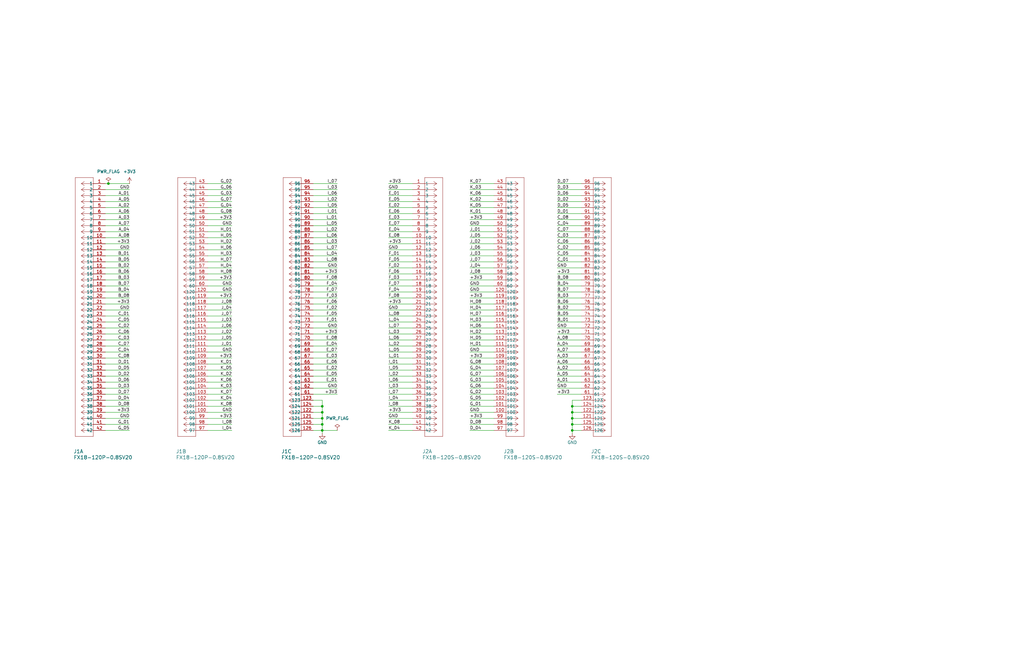
<source format=kicad_sch>
(kicad_sch (version 20231120) (generator "eeschema") (generator_version "8.0")
  (paper "USLedger")
  (lib_symbols
    (symbol "FX18-120P-0-8SV20:FX18-120P-0.8SV20" (pin_names (offset 0.254))
      (property "Reference" "J" (at 8.89 6.35 0))
      (property "Value" "FX18-120P-0.8SV20" (at 0 0 0))
      (symbol "FX18-120P-0.8SV20_1_1"
        (pin passive line (at 0 0 0) (length 5.08) (name "1") (number "1"))
        (pin passive line (at 0 -22.86 0) (length 5.08) (name "10") (number "10"))
        (pin passive line (at 0 -25.4 0) (length 5.08) (name "11") (number "11"))
        (pin passive line (at 0 -27.94 0) (length 5.08) (name "12") (number "12"))
        (pin passive line (at 0 -30.48 0) (length 5.08) (name "13") (number "13"))
        (pin passive line (at 0 -33.02 0) (length 5.08) (name "14") (number "14"))
        (pin passive line (at 0 -35.56 0) (length 5.08) (name "15") (number "15"))
        (pin passive line (at 0 -38.1 0) (length 5.08) (name "16") (number "16"))
        (pin passive line (at 0 -40.64 0) (length 5.08) (name "17") (number "17"))
        (pin passive line (at 0 -43.18 0) (length 5.08) (name "18") (number "18"))
        (pin passive line (at 0 -45.72 0) (length 5.08) (name "19") (number "19"))
        (pin passive line (at 0 -2.54 0) (length 5.08) (name "2") (number "2"))
        (pin passive line (at 0 -48.26 0) (length 5.08) (name "20") (number "20"))
        (pin passive line (at 0 -50.8 0) (length 5.08) (name "21") (number "21"))
        (pin passive line (at 0 -53.34 0) (length 5.08) (name "22") (number "22"))
        (pin passive line (at 0 -55.88 0) (length 5.08) (name "23") (number "23"))
        (pin passive line (at 0 -58.42 0) (length 5.08) (name "24") (number "24"))
        (pin passive line (at 0 -60.96 0) (length 5.08) (name "25") (number "25"))
        (pin passive line (at 0 -63.5 0) (length 5.08) (name "26") (number "26"))
        (pin passive line (at 0 -66.04 0) (length 5.08) (name "27") (number "27"))
        (pin passive line (at 0 -68.58 0) (length 5.08) (name "28") (number "28"))
        (pin passive line (at 0 -71.12 0) (length 5.08) (name "29") (number "29"))
        (pin passive line (at 0 -5.08 0) (length 5.08) (name "3") (number "3"))
        (pin passive line (at 0 -73.66 0) (length 5.08) (name "30") (number "30"))
        (pin passive line (at 0 -76.2 0) (length 5.08) (name "31") (number "31"))
        (pin passive line (at 0 -78.74 0) (length 5.08) (name "32") (number "32"))
        (pin passive line (at 0 -81.28 0) (length 5.08) (name "33") (number "33"))
        (pin passive line (at 0 -83.82 0) (length 5.08) (name "34") (number "34"))
        (pin passive line (at 0 -86.36 0) (length 5.08) (name "35") (number "35"))
        (pin passive line (at 0 -88.9 0) (length 5.08) (name "36") (number "36"))
        (pin passive line (at 0 -91.44 0) (length 5.08) (name "37") (number "37"))
        (pin passive line (at 0 -93.98 0) (length 5.08) (name "38") (number "38"))
        (pin passive line (at 0 -96.52 0) (length 5.08) (name "39") (number "39"))
        (pin passive line (at 0 -7.62 0) (length 5.08) (name "4") (number "4"))
        (pin passive line (at 0 -99.06 0) (length 5.08) (name "40") (number "40"))
        (pin passive line (at 0 -101.6 0) (length 5.08) (name "41") (number "41"))
        (pin passive line (at 0 -104.14 0) (length 5.08) (name "42") (number "42"))
        (pin passive line (at 0 -10.16 0) (length 5.08) (name "5") (number "5"))
        (pin passive line (at 0 -12.7 0) (length 5.08) (name "6") (number "6"))
        (pin passive line (at 0 -15.24 0) (length 5.08) (name "7") (number "7"))
        (pin passive line (at 0 -17.78 0) (length 5.08) (name "8") (number "8"))
        (pin passive line (at 0 -20.32 0) (length 5.08) (name "9") (number "9"))
      )
      (symbol "FX18-120P-0.8SV20_2_1"
        (pin passive line (at 0 -96.52 0) (length 5.08) (name "100") (number "100"))
        (pin passive line (at 0 -93.98 0) (length 5.08) (name "101") (number "101"))
        (pin passive line (at 0 -91.44 0) (length 5.08) (name "102") (number "102"))
        (pin passive line (at 0 -88.9 0) (length 5.08) (name "103") (number "103"))
        (pin passive line (at 0 -86.36 0) (length 5.08) (name "104") (number "104"))
        (pin passive line (at 0 -83.82 0) (length 5.08) (name "105") (number "105"))
        (pin passive line (at 0 -81.28 0) (length 5.08) (name "106") (number "106"))
        (pin passive line (at 0 -78.74 0) (length 5.08) (name "107") (number "107"))
        (pin passive line (at 0 -76.2 0) (length 5.08) (name "108") (number "108"))
        (pin passive line (at 0 -73.66 0) (length 5.08) (name "109") (number "109"))
        (pin passive line (at 0 -71.12 0) (length 5.08) (name "110") (number "110"))
        (pin passive line (at 0 -68.58 0) (length 5.08) (name "111") (number "111"))
        (pin passive line (at 0 -66.04 0) (length 5.08) (name "112") (number "112"))
        (pin passive line (at 0 -63.5 0) (length 5.08) (name "113") (number "113"))
        (pin passive line (at 0 -60.96 0) (length 5.08) (name "114") (number "114"))
        (pin passive line (at 0 -58.42 0) (length 5.08) (name "115") (number "115"))
        (pin passive line (at 0 -55.88 0) (length 5.08) (name "116") (number "116"))
        (pin passive line (at 0 -53.34 0) (length 5.08) (name "117") (number "117"))
        (pin passive line (at 0 -50.8 0) (length 5.08) (name "118") (number "118"))
        (pin passive line (at 0 -48.26 0) (length 5.08) (name "119") (number "119"))
        (pin passive line (at 0 -45.72 0) (length 5.08) (name "120") (number "120"))
        (pin passive line (at 0 0 0) (length 5.08) (name "43") (number "43"))
        (pin passive line (at 0 -2.54 0) (length 5.08) (name "44") (number "44"))
        (pin passive line (at 0 -5.08 0) (length 5.08) (name "45") (number "45"))
        (pin passive line (at 0 -7.62 0) (length 5.08) (name "46") (number "46"))
        (pin passive line (at 0 -10.16 0) (length 5.08) (name "47") (number "47"))
        (pin passive line (at 0 -12.7 0) (length 5.08) (name "48") (number "48"))
        (pin passive line (at 0 -15.24 0) (length 5.08) (name "49") (number "49"))
        (pin passive line (at 0 -17.78 0) (length 5.08) (name "50") (number "50"))
        (pin passive line (at 0 -20.32 0) (length 5.08) (name "51") (number "51"))
        (pin passive line (at 0 -22.86 0) (length 5.08) (name "52") (number "52"))
        (pin passive line (at 0 -25.4 0) (length 5.08) (name "53") (number "53"))
        (pin passive line (at 0 -27.94 0) (length 5.08) (name "54") (number "54"))
        (pin passive line (at 0 -30.48 0) (length 5.08) (name "55") (number "55"))
        (pin passive line (at 0 -33.02 0) (length 5.08) (name "56") (number "56"))
        (pin passive line (at 0 -35.56 0) (length 5.08) (name "57") (number "57"))
        (pin passive line (at 0 -38.1 0) (length 5.08) (name "58") (number "58"))
        (pin passive line (at 0 -40.64 0) (length 5.08) (name "59") (number "59"))
        (pin passive line (at 0 -43.18 0) (length 5.08) (name "60") (number "60"))
        (pin passive line (at 0 -104.14 0) (length 5.08) (name "97") (number "97"))
        (pin passive line (at 0 -101.6 0) (length 5.08) (name "98") (number "98"))
        (pin passive line (at 0 -99.06 0) (length 5.08) (name "99") (number "99"))
      )
      (symbol "FX18-120P-0.8SV20_3_1"
        (pin passive line (at 0 -99.06 0) (length 5.08) (name "121") (number "121"))
        (pin passive line (at 0 -96.52 0) (length 5.08) (name "122") (number "122"))
        (pin passive line (at 0 -91.44 0) (length 5.08) (name "123") (number "123"))
        (pin passive line (at 0 -93.98 0) (length 5.08) (name "124") (number "124"))
        (pin passive line (at 0 -101.6 0) (length 5.08) (name "125") (number "125"))
        (pin passive line (at 0 -104.14 0) (length 5.08) (name "126") (number "126"))
        (pin passive line (at 0 -88.9 0) (length 5.08) (name "61") (number "61"))
        (pin passive line (at 0 -86.36 0) (length 5.08) (name "62") (number "62"))
        (pin passive line (at 0 -83.82 0) (length 5.08) (name "63") (number "63"))
        (pin passive line (at 0 -81.28 0) (length 5.08) (name "64") (number "64"))
        (pin passive line (at 0 -78.74 0) (length 5.08) (name "65") (number "65"))
        (pin passive line (at 0 -76.2 0) (length 5.08) (name "66") (number "66"))
        (pin passive line (at 0 -73.66 0) (length 5.08) (name "67") (number "67"))
        (pin passive line (at 0 -71.12 0) (length 5.08) (name "68") (number "68"))
        (pin passive line (at 0 -68.58 0) (length 5.08) (name "69") (number "69"))
        (pin passive line (at 0 -66.04 0) (length 5.08) (name "70") (number "70"))
        (pin passive line (at 0 -63.5 0) (length 5.08) (name "71") (number "71"))
        (pin passive line (at 0 -60.96 0) (length 5.08) (name "72") (number "72"))
        (pin passive line (at 0 -58.42 0) (length 5.08) (name "73") (number "73"))
        (pin passive line (at 0 -55.88 0) (length 5.08) (name "74") (number "74"))
        (pin passive line (at 0 -53.34 0) (length 5.08) (name "75") (number "75"))
        (pin passive line (at 0 -50.8 0) (length 5.08) (name "76") (number "76"))
        (pin passive line (at 0 -48.26 0) (length 5.08) (name "77") (number "77"))
        (pin passive line (at 0 -45.72 0) (length 5.08) (name "78") (number "78"))
        (pin passive line (at 0 -43.18 0) (length 5.08) (name "79") (number "79"))
        (pin passive line (at 0 -40.64 0) (length 5.08) (name "80") (number "80"))
        (pin passive line (at 0 -38.1 0) (length 5.08) (name "81") (number "81"))
        (pin passive line (at 0 -35.56 0) (length 5.08) (name "82") (number "82"))
        (pin passive line (at 0 -33.02 0) (length 5.08) (name "83") (number "83"))
        (pin passive line (at 0 -30.48 0) (length 5.08) (name "84") (number "84"))
        (pin passive line (at 0 -27.94 0) (length 5.08) (name "85") (number "85"))
        (pin passive line (at 0 -25.4 0) (length 5.08) (name "86") (number "86"))
        (pin passive line (at 0 -22.86 0) (length 5.08) (name "87") (number "87"))
        (pin passive line (at 0 -20.32 0) (length 5.08) (name "88") (number "88"))
        (pin passive line (at 0 -17.78 0) (length 5.08) (name "89") (number "89"))
        (pin passive line (at 0 -15.24 0) (length 5.08) (name "90") (number "90"))
        (pin passive line (at 0 -12.7 0) (length 5.08) (name "91") (number "91"))
        (pin passive line (at 0 -10.16 0) (length 5.08) (name "92") (number "92"))
        (pin passive line (at 0 -7.62 0) (length 5.08) (name "93") (number "93"))
        (pin passive line (at 0 -5.08 0) (length 5.08) (name "94") (number "94"))
        (pin passive line (at 0 -2.54 0) (length 5.08) (name "95") (number "95"))
        (pin passive line (at 0 0 0) (length 5.08) (name "96") (number "96"))
      )
    )
    (symbol "FX18-120S-0-8SV20:FX18-120S-0.8SV20" (pin_names (offset 0.254))
      (property "Reference" "J" (at 8.89 6.35 0))
      (property "Value" "FX18-120S-0.8SV20" (at 0 0 0))
      (symbol "FX18-120S-0.8SV20_1_1"
        (pin passive line (at 0 0 0) (length 5.08) (name "1") (number "1"))
        (pin passive line (at 0 -22.86 0) (length 5.08) (name "10") (number "10"))
        (pin passive line (at 0 -25.4 0) (length 5.08) (name "11") (number "11"))
        (pin passive line (at 0 -27.94 0) (length 5.08) (name "12") (number "12"))
        (pin passive line (at 0 -30.48 0) (length 5.08) (name "13") (number "13"))
        (pin passive line (at 0 -33.02 0) (length 5.08) (name "14") (number "14"))
        (pin passive line (at 0 -35.56 0) (length 5.08) (name "15") (number "15"))
        (pin passive line (at 0 -38.1 0) (length 5.08) (name "16") (number "16"))
        (pin passive line (at 0 -40.64 0) (length 5.08) (name "17") (number "17"))
        (pin passive line (at 0 -43.18 0) (length 5.08) (name "18") (number "18"))
        (pin passive line (at 0 -45.72 0) (length 5.08) (name "19") (number "19"))
        (pin passive line (at 0 -2.54 0) (length 5.08) (name "2") (number "2"))
        (pin passive line (at 0 -48.26 0) (length 5.08) (name "20") (number "20"))
        (pin passive line (at 0 -50.8 0) (length 5.08) (name "21") (number "21"))
        (pin passive line (at 0 -53.34 0) (length 5.08) (name "22") (number "22"))
        (pin passive line (at 0 -55.88 0) (length 5.08) (name "23") (number "23"))
        (pin passive line (at 0 -58.42 0) (length 5.08) (name "24") (number "24"))
        (pin passive line (at 0 -60.96 0) (length 5.08) (name "25") (number "25"))
        (pin passive line (at 0 -63.5 0) (length 5.08) (name "26") (number "26"))
        (pin passive line (at 0 -66.04 0) (length 5.08) (name "27") (number "27"))
        (pin passive line (at 0 -68.58 0) (length 5.08) (name "28") (number "28"))
        (pin passive line (at 0 -71.12 0) (length 5.08) (name "29") (number "29"))
        (pin passive line (at 0 -5.08 0) (length 5.08) (name "3") (number "3"))
        (pin passive line (at 0 -73.66 0) (length 5.08) (name "30") (number "30"))
        (pin passive line (at 0 -76.2 0) (length 5.08) (name "31") (number "31"))
        (pin passive line (at 0 -78.74 0) (length 5.08) (name "32") (number "32"))
        (pin passive line (at 0 -81.28 0) (length 5.08) (name "33") (number "33"))
        (pin passive line (at 0 -83.82 0) (length 5.08) (name "34") (number "34"))
        (pin passive line (at 0 -86.36 0) (length 5.08) (name "35") (number "35"))
        (pin passive line (at 0 -88.9 0) (length 5.08) (name "36") (number "36"))
        (pin passive line (at 0 -91.44 0) (length 5.08) (name "37") (number "37"))
        (pin passive line (at 0 -93.98 0) (length 5.08) (name "38") (number "38"))
        (pin passive line (at 0 -96.52 0) (length 5.08) (name "39") (number "39"))
        (pin passive line (at 0 -7.62 0) (length 5.08) (name "4") (number "4"))
        (pin passive line (at 0 -99.06 0) (length 5.08) (name "40") (number "40"))
        (pin passive line (at 0 -101.6 0) (length 5.08) (name "41") (number "41"))
        (pin passive line (at 0 -104.14 0) (length 5.08) (name "42") (number "42"))
        (pin passive line (at 0 -10.16 0) (length 5.08) (name "5") (number "5"))
        (pin passive line (at 0 -12.7 0) (length 5.08) (name "6") (number "6"))
        (pin passive line (at 0 -15.24 0) (length 5.08) (name "7") (number "7"))
        (pin passive line (at 0 -17.78 0) (length 5.08) (name "8") (number "8"))
        (pin passive line (at 0 -20.32 0) (length 5.08) (name "9") (number "9"))
      )
      (symbol "FX18-120S-0.8SV20_2_1"
        (pin passive line (at 0 -96.52 0) (length 5.08) (name "100") (number "100"))
        (pin passive line (at 0 -93.98 0) (length 5.08) (name "101") (number "101"))
        (pin passive line (at 0 -91.44 0) (length 5.08) (name "102") (number "102"))
        (pin passive line (at 0 -88.9 0) (length 5.08) (name "103") (number "103"))
        (pin passive line (at 0 -86.36 0) (length 5.08) (name "104") (number "104"))
        (pin passive line (at 0 -83.82 0) (length 5.08) (name "105") (number "105"))
        (pin passive line (at 0 -81.28 0) (length 5.08) (name "106") (number "106"))
        (pin passive line (at 0 -78.74 0) (length 5.08) (name "107") (number "107"))
        (pin passive line (at 0 -76.2 0) (length 5.08) (name "108") (number "108"))
        (pin passive line (at 0 -73.66 0) (length 5.08) (name "109") (number "109"))
        (pin passive line (at 0 -71.12 0) (length 5.08) (name "110") (number "110"))
        (pin passive line (at 0 -68.58 0) (length 5.08) (name "111") (number "111"))
        (pin passive line (at 0 -66.04 0) (length 5.08) (name "112") (number "112"))
        (pin passive line (at 0 -63.5 0) (length 5.08) (name "113") (number "113"))
        (pin passive line (at 0 -60.96 0) (length 5.08) (name "114") (number "114"))
        (pin passive line (at 0 -58.42 0) (length 5.08) (name "115") (number "115"))
        (pin passive line (at 0 -55.88 0) (length 5.08) (name "116") (number "116"))
        (pin passive line (at 0 -53.34 0) (length 5.08) (name "117") (number "117"))
        (pin passive line (at 0 -50.8 0) (length 5.08) (name "118") (number "118"))
        (pin passive line (at 0 -48.26 0) (length 5.08) (name "119") (number "119"))
        (pin passive line (at 0 -45.72 0) (length 5.08) (name "120") (number "120"))
        (pin passive line (at 0 0 0) (length 5.08) (name "43") (number "43"))
        (pin passive line (at 0 -2.54 0) (length 5.08) (name "44") (number "44"))
        (pin passive line (at 0 -5.08 0) (length 5.08) (name "45") (number "45"))
        (pin passive line (at 0 -7.62 0) (length 5.08) (name "46") (number "46"))
        (pin passive line (at 0 -10.16 0) (length 5.08) (name "47") (number "47"))
        (pin passive line (at 0 -12.7 0) (length 5.08) (name "48") (number "48"))
        (pin passive line (at 0 -15.24 0) (length 5.08) (name "49") (number "49"))
        (pin passive line (at 0 -17.78 0) (length 5.08) (name "50") (number "50"))
        (pin passive line (at 0 -20.32 0) (length 5.08) (name "51") (number "51"))
        (pin passive line (at 0 -22.86 0) (length 5.08) (name "52") (number "52"))
        (pin passive line (at 0 -25.4 0) (length 5.08) (name "53") (number "53"))
        (pin passive line (at 0 -27.94 0) (length 5.08) (name "54") (number "54"))
        (pin passive line (at 0 -30.48 0) (length 5.08) (name "55") (number "55"))
        (pin passive line (at 0 -33.02 0) (length 5.08) (name "56") (number "56"))
        (pin passive line (at 0 -35.56 0) (length 5.08) (name "57") (number "57"))
        (pin passive line (at 0 -38.1 0) (length 5.08) (name "58") (number "58"))
        (pin passive line (at 0 -40.64 0) (length 5.08) (name "59") (number "59"))
        (pin passive line (at 0 -43.18 0) (length 5.08) (name "60") (number "60"))
        (pin passive line (at 0 -104.14 0) (length 5.08) (name "97") (number "97"))
        (pin passive line (at 0 -101.6 0) (length 5.08) (name "98") (number "98"))
        (pin passive line (at 0 -99.06 0) (length 5.08) (name "99") (number "99"))
      )
      (symbol "FX18-120S-0.8SV20_3_1"
        (pin passive line (at 0 -99.06 0) (length 5.08) (name "121") (number "121"))
        (pin passive line (at 0 -96.52 0) (length 5.08) (name "122") (number "122"))
        (pin passive line (at 0 -91.44 0) (length 5.08) (name "123") (number "123"))
        (pin passive line (at 0 -93.98 0) (length 5.08) (name "124") (number "124"))
        (pin passive line (at 0 -101.6 0) (length 5.08) (name "125") (number "125"))
        (pin passive line (at 0 -104.14 0) (length 5.08) (name "126") (number "126"))
        (pin passive line (at 0 -88.9 0) (length 5.08) (name "61") (number "61"))
        (pin passive line (at 0 -86.36 0) (length 5.08) (name "62") (number "62"))
        (pin passive line (at 0 -83.82 0) (length 5.08) (name "63") (number "63"))
        (pin passive line (at 0 -81.28 0) (length 5.08) (name "64") (number "64"))
        (pin passive line (at 0 -78.74 0) (length 5.08) (name "65") (number "65"))
        (pin passive line (at 0 -76.2 0) (length 5.08) (name "66") (number "66"))
        (pin passive line (at 0 -73.66 0) (length 5.08) (name "67") (number "67"))
        (pin passive line (at 0 -71.12 0) (length 5.08) (name "68") (number "68"))
        (pin passive line (at 0 -68.58 0) (length 5.08) (name "69") (number "69"))
        (pin passive line (at 0 -66.04 0) (length 5.08) (name "70") (number "70"))
        (pin passive line (at 0 -63.5 0) (length 5.08) (name "71") (number "71"))
        (pin passive line (at 0 -60.96 0) (length 5.08) (name "72") (number "72"))
        (pin passive line (at 0 -58.42 0) (length 5.08) (name "73") (number "73"))
        (pin passive line (at 0 -55.88 0) (length 5.08) (name "74") (number "74"))
        (pin passive line (at 0 -53.34 0) (length 5.08) (name "75") (number "75"))
        (pin passive line (at 0 -50.8 0) (length 5.08) (name "76") (number "76"))
        (pin passive line (at 0 -48.26 0) (length 5.08) (name "77") (number "77"))
        (pin passive line (at 0 -45.72 0) (length 5.08) (name "78") (number "78"))
        (pin passive line (at 0 -43.18 0) (length 5.08) (name "79") (number "79"))
        (pin passive line (at 0 -40.64 0) (length 5.08) (name "80") (number "80"))
        (pin passive line (at 0 -38.1 0) (length 5.08) (name "81") (number "81"))
        (pin passive line (at 0 -35.56 0) (length 5.08) (name "82") (number "82"))
        (pin passive line (at 0 -33.02 0) (length 5.08) (name "83") (number "83"))
        (pin passive line (at 0 -30.48 0) (length 5.08) (name "84") (number "84"))
        (pin passive line (at 0 -27.94 0) (length 5.08) (name "85") (number "85"))
        (pin passive line (at 0 -25.4 0) (length 5.08) (name "86") (number "86"))
        (pin passive line (at 0 -22.86 0) (length 5.08) (name "87") (number "87"))
        (pin passive line (at 0 -20.32 0) (length 5.08) (name "88") (number "88"))
        (pin passive line (at 0 -17.78 0) (length 5.08) (name "89") (number "89"))
        (pin passive line (at 0 -15.24 0) (length 5.08) (name "90") (number "90"))
        (pin passive line (at 0 -12.7 0) (length 5.08) (name "91") (number "91"))
        (pin passive line (at 0 -10.16 0) (length 5.08) (name "92") (number "92"))
        (pin passive line (at 0 -7.62 0) (length 5.08) (name "93") (number "93"))
        (pin passive line (at 0 -5.08 0) (length 5.08) (name "94") (number "94"))
        (pin passive line (at 0 -2.54 0) (length 5.08) (name "95") (number "95"))
        (pin passive line (at 0 0 0) (length 5.08) (name "96") (number "96"))
      )
    )
    (symbol "power:+3V3" (power) (pin_numbers hide) (pin_names (offset 0) hide)
      (property "Value" "+3V3" (at 0 3.556 0))
      (symbol "+3V3_1_1"
        (pin power_in line (at 0 0 90) (length 0) (name "~") (number "1"))
      )
    )
    (symbol "power:GND" (power) (pin_numbers hide) (pin_names (offset 0) hide)
      (property "Value" "GND" (at 0 -3.81 0))
      (symbol "GND_1_1"
        (pin power_in line (at 0 0 270) (length 0) (name "~") (number "1"))
      )
    )
    (symbol "power:PWR_FLAG" (power) (pin_numbers hide) (pin_names (offset 0) hide)
      (property "Value" "PWR_FLAG" (at 0 3.81 0))
      (symbol "PWR_FLAG_0_0"
        (pin power_out line (at 0 0 90) (length 0) (name "~") (number "1"))
      )
    )
  )
  (junction (at 241.3 171.45))
  (junction (at 135.89 176.53))
  (junction (at 135.89 173.99))
  (junction (at 241.3 181.61))
  (junction (at 45.72 77.47))
  (junction (at 135.89 171.45))
  (junction (at 241.3 173.99))
  (junction (at 241.3 176.53))
  (junction (at 241.3 179.07))
  (junction (at 135.89 181.61))
  (junction (at 135.89 179.07))
  (wire (pts (xy 97.79 179.07) (xy 87.63 179.07)))
  (wire (pts (xy 163.83 90.17) (xy 173.99 90.17)))
  (wire (pts (xy 163.83 77.47) (xy 173.99 77.47)))
  (wire (pts (xy 54.61 128.27) (xy 44.45 128.27)))
  (wire (pts (xy 135.89 173.99) (xy 135.89 176.53)))
  (wire (pts (xy 54.61 113.03) (xy 44.45 113.03)))
  (wire (pts (xy 163.83 92.71) (xy 173.99 92.71)))
  (wire (pts (xy 132.08 168.91) (xy 135.89 168.91)))
  (wire (pts (xy 54.61 115.57) (xy 44.45 115.57)))
  (wire (pts (xy 198.12 128.27) (xy 208.28 128.27)))
  (wire (pts (xy 163.83 146.05) (xy 173.99 146.05)))
  (wire (pts (xy 241.3 179.07) (xy 241.3 181.61)))
  (wire (pts (xy 163.83 158.75) (xy 173.99 158.75)))
  (wire (pts (xy 97.79 120.65) (xy 87.63 120.65)))
  (wire (pts (xy 97.79 146.05) (xy 87.63 146.05)))
  (wire (pts (xy 142.24 82.55) (xy 132.08 82.55)))
  (wire (pts (xy 97.79 166.37) (xy 87.63 166.37)))
  (wire (pts (xy 234.95 156.21) (xy 245.11 156.21)))
  (wire (pts (xy 54.61 163.83) (xy 44.45 163.83)))
  (wire (pts (xy 97.79 105.41) (xy 87.63 105.41)))
  (wire (pts (xy 142.24 95.25) (xy 132.08 95.25)))
  (wire (pts (xy 234.95 153.67) (xy 245.11 153.67)))
  (wire (pts (xy 163.83 135.89) (xy 173.99 135.89)))
  (wire (pts (xy 97.79 92.71) (xy 87.63 92.71)))
  (wire (pts (xy 234.95 138.43) (xy 245.11 138.43)))
  (wire (pts (xy 163.83 80.01) (xy 173.99 80.01)))
  (wire (pts (xy 135.89 171.45) (xy 132.08 171.45)))
  (wire (pts (xy 54.61 133.35) (xy 44.45 133.35)))
  (wire (pts (xy 163.83 113.03) (xy 173.99 113.03)))
  (wire (pts (xy 163.83 171.45) (xy 173.99 171.45)))
  (wire (pts (xy 142.24 146.05) (xy 132.08 146.05)))
  (wire (pts (xy 198.12 113.03) (xy 208.28 113.03)))
  (wire (pts (xy 142.24 138.43) (xy 132.08 138.43)))
  (wire (pts (xy 234.95 143.51) (xy 245.11 143.51)))
  (wire (pts (xy 234.95 130.81) (xy 245.11 130.81)))
  (wire (pts (xy 97.79 80.01) (xy 87.63 80.01)))
  (wire (pts (xy 198.12 176.53) (xy 208.28 176.53)))
  (wire (pts (xy 54.61 110.49) (xy 44.45 110.49)))
  (wire (pts (xy 198.12 123.19) (xy 208.28 123.19)))
  (wire (pts (xy 54.61 97.79) (xy 44.45 97.79)))
  (wire (pts (xy 163.83 173.99) (xy 173.99 173.99)))
  (wire (pts (xy 198.12 115.57) (xy 208.28 115.57)))
  (wire (pts (xy 234.95 115.57) (xy 245.11 115.57)))
  (wire (pts (xy 241.3 179.07) (xy 245.11 179.07)))
  (wire (pts (xy 142.24 87.63) (xy 132.08 87.63)))
  (wire (pts (xy 198.12 166.37) (xy 208.28 166.37)))
  (wire (pts (xy 198.12 95.25) (xy 208.28 95.25)))
  (wire (pts (xy 97.79 97.79) (xy 87.63 97.79)))
  (wire (pts (xy 142.24 105.41) (xy 132.08 105.41)))
  (wire (pts (xy 97.79 125.73) (xy 87.63 125.73)))
  (wire (pts (xy 142.24 151.13) (xy 132.08 151.13)))
  (wire (pts (xy 241.3 171.45) (xy 241.3 173.99)))
  (wire (pts (xy 234.95 158.75) (xy 245.11 158.75)))
  (wire (pts (xy 163.83 82.55) (xy 173.99 82.55)))
  (wire (pts (xy 198.12 161.29) (xy 208.28 161.29)))
  (wire (pts (xy 198.12 87.63) (xy 208.28 87.63)))
  (wire (pts (xy 97.79 138.43) (xy 87.63 138.43)))
  (wire (pts (xy 54.61 179.07) (xy 44.45 179.07)))
  (wire (pts (xy 135.89 168.91) (xy 135.89 171.45)))
  (wire (pts (xy 54.61 161.29) (xy 44.45 161.29)))
  (wire (pts (xy 97.79 176.53) (xy 87.63 176.53)))
  (wire (pts (xy 142.24 153.67) (xy 132.08 153.67)))
  (wire (pts (xy 54.61 95.25) (xy 44.45 95.25)))
  (wire (pts (xy 54.61 87.63) (xy 44.45 87.63)))
  (wire (pts (xy 234.95 146.05) (xy 245.11 146.05)))
  (wire (pts (xy 198.12 102.87) (xy 208.28 102.87)))
  (wire (pts (xy 241.3 176.53) (xy 241.3 179.07)))
  (wire (pts (xy 142.24 80.01) (xy 132.08 80.01)))
  (wire (pts (xy 198.12 118.11) (xy 208.28 118.11)))
  (wire (pts (xy 198.12 110.49) (xy 208.28 110.49)))
  (wire (pts (xy 241.3 168.91) (xy 241.3 171.45)))
  (wire (pts (xy 198.12 107.95) (xy 208.28 107.95)))
  (wire (pts (xy 198.12 179.07) (xy 208.28 179.07)))
  (wire (pts (xy 97.79 123.19) (xy 87.63 123.19)))
  (wire (pts (xy 142.24 90.17) (xy 132.08 90.17)))
  (wire (pts (xy 97.79 153.67) (xy 87.63 153.67)))
  (wire (pts (xy 198.12 85.09) (xy 208.28 85.09)))
  (wire (pts (xy 234.95 87.63) (xy 245.11 87.63)))
  (wire (pts (xy 198.12 163.83) (xy 208.28 163.83)))
  (wire (pts (xy 163.83 105.41) (xy 173.99 105.41)))
  (wire (pts (xy 54.61 85.09) (xy 44.45 85.09)))
  (wire (pts (xy 54.61 148.59) (xy 44.45 148.59)))
  (wire (pts (xy 54.61 130.81) (xy 44.45 130.81)))
  (wire (pts (xy 234.95 163.83) (xy 245.11 163.83)))
  (wire (pts (xy 234.95 100.33) (xy 245.11 100.33)))
  (wire (pts (xy 198.12 90.17) (xy 208.28 90.17)))
  (wire (pts (xy 142.24 143.51) (xy 132.08 143.51)))
  (wire (pts (xy 234.95 161.29) (xy 245.11 161.29)))
  (wire (pts (xy 163.83 118.11) (xy 173.99 118.11)))
  (wire (pts (xy 163.83 95.25) (xy 173.99 95.25)))
  (wire (pts (xy 135.89 179.07) (xy 135.89 181.61)))
  (wire (pts (xy 234.95 128.27) (xy 245.11 128.27)))
  (wire (pts (xy 234.95 120.65) (xy 245.11 120.65)))
  (wire (pts (xy 54.61 156.21) (xy 44.45 156.21)))
  (wire (pts (xy 198.12 171.45) (xy 208.28 171.45)))
  (wire (pts (xy 97.79 148.59) (xy 87.63 148.59)))
  (wire (pts (xy 198.12 92.71) (xy 208.28 92.71)))
  (wire (pts (xy 54.61 138.43) (xy 44.45 138.43)))
  (wire (pts (xy 142.24 110.49) (xy 132.08 110.49)))
  (wire (pts (xy 163.83 115.57) (xy 173.99 115.57)))
  (wire (pts (xy 142.24 148.59) (xy 132.08 148.59)))
  (wire (pts (xy 163.83 125.73) (xy 173.99 125.73)))
  (wire (pts (xy 54.61 173.99) (xy 44.45 173.99)))
  (wire (pts (xy 135.89 176.53) (xy 132.08 176.53)))
  (wire (pts (xy 54.61 80.01) (xy 44.45 80.01)))
  (wire (pts (xy 234.95 123.19) (xy 245.11 123.19)))
  (wire (pts (xy 163.83 128.27) (xy 173.99 128.27)))
  (wire (pts (xy 234.95 151.13) (xy 245.11 151.13)))
  (wire (pts (xy 142.24 120.65) (xy 132.08 120.65)))
  (wire (pts (xy 54.61 107.95) (xy 44.45 107.95)))
  (wire (pts (xy 97.79 90.17) (xy 87.63 90.17)))
  (wire (pts (xy 54.61 143.51) (xy 44.45 143.51)))
  (wire (pts (xy 241.3 173.99) (xy 245.11 173.99)))
  (wire (pts (xy 241.3 171.45) (xy 245.11 171.45)))
  (wire (pts (xy 234.95 82.55) (xy 245.11 82.55)))
  (wire (pts (xy 234.95 118.11) (xy 245.11 118.11)))
  (wire (pts (xy 198.12 138.43) (xy 208.28 138.43)))
  (wire (pts (xy 54.61 151.13) (xy 44.45 151.13)))
  (wire (pts (xy 198.12 135.89) (xy 208.28 135.89)))
  (wire (pts (xy 163.83 161.29) (xy 173.99 161.29)))
  (wire (pts (xy 54.61 140.97) (xy 44.45 140.97)))
  (wire (pts (xy 97.79 133.35) (xy 87.63 133.35)))
  (wire (pts (xy 54.61 102.87) (xy 44.45 102.87)))
  (wire (pts (xy 142.24 115.57) (xy 132.08 115.57)))
  (wire (pts (xy 97.79 181.61) (xy 87.63 181.61)))
  (wire (pts (xy 163.83 138.43) (xy 173.99 138.43)))
  (wire (pts (xy 54.61 168.91) (xy 44.45 168.91)))
  (wire (pts (xy 163.83 85.09) (xy 173.99 85.09)))
  (wire (pts (xy 163.83 148.59) (xy 173.99 148.59)))
  (wire (pts (xy 163.83 133.35) (xy 173.99 133.35)))
  (wire (pts (xy 45.72 77.47) (xy 44.45 77.47)))
  (wire (pts (xy 142.24 156.21) (xy 132.08 156.21)))
  (wire (pts (xy 163.83 166.37) (xy 173.99 166.37)))
  (wire (pts (xy 54.61 118.11) (xy 44.45 118.11)))
  (wire (pts (xy 97.79 87.63) (xy 87.63 87.63)))
  (wire (pts (xy 245.11 168.91) (xy 241.3 168.91)))
  (wire (pts (xy 198.12 82.55) (xy 208.28 82.55)))
  (wire (pts (xy 234.95 133.35) (xy 245.11 133.35)))
  (wire (pts (xy 198.12 168.91) (xy 208.28 168.91)))
  (wire (pts (xy 163.83 100.33) (xy 173.99 100.33)))
  (wire (pts (xy 234.95 85.09) (xy 245.11 85.09)))
  (wire (pts (xy 198.12 158.75) (xy 208.28 158.75)))
  (wire (pts (xy 163.83 156.21) (xy 173.99 156.21)))
  (wire (pts (xy 234.95 125.73) (xy 245.11 125.73)))
  (wire (pts (xy 234.95 113.03) (xy 245.11 113.03)))
  (wire (pts (xy 97.79 130.81) (xy 87.63 130.81)))
  (wire (pts (xy 234.95 90.17) (xy 245.11 90.17)))
  (wire (pts (xy 163.83 130.81) (xy 173.99 130.81)))
  (wire (pts (xy 97.79 107.95) (xy 87.63 107.95)))
  (wire (pts (xy 163.83 120.65) (xy 173.99 120.65)))
  (wire (pts (xy 142.24 113.03) (xy 132.08 113.03)))
  (wire (pts (xy 54.61 105.41) (xy 44.45 105.41)))
  (wire (pts (xy 198.12 151.13) (xy 208.28 151.13)))
  (wire (pts (xy 163.83 176.53) (xy 173.99 176.53)))
  (wire (pts (xy 97.79 156.21) (xy 87.63 156.21)))
  (wire (pts (xy 163.83 87.63) (xy 173.99 87.63)))
  (wire (pts (xy 97.79 168.91) (xy 87.63 168.91)))
  (wire (pts (xy 97.79 82.55) (xy 87.63 82.55)))
  (wire (pts (xy 97.79 173.99) (xy 87.63 173.99)))
  (wire (pts (xy 163.83 179.07) (xy 173.99 179.07)))
  (wire (pts (xy 163.83 140.97) (xy 173.99 140.97)))
  (wire (pts (xy 163.83 102.87) (xy 173.99 102.87)))
  (wire (pts (xy 163.83 97.79) (xy 173.99 97.79)))
  (wire (pts (xy 142.24 133.35) (xy 132.08 133.35)))
  (wire (pts (xy 163.83 153.67) (xy 173.99 153.67)))
  (wire (pts (xy 241.3 181.61) (xy 241.3 182.88)))
  (wire (pts (xy 163.83 151.13) (xy 173.99 151.13)))
  (wire (pts (xy 198.12 140.97) (xy 208.28 140.97)))
  (wire (pts (xy 142.24 77.47) (xy 132.08 77.47)))
  (wire (pts (xy 142.24 92.71) (xy 132.08 92.71)))
  (wire (pts (xy 142.24 128.27) (xy 132.08 128.27)))
  (wire (pts (xy 234.95 97.79) (xy 245.11 97.79)))
  (wire (pts (xy 142.24 130.81) (xy 132.08 130.81)))
  (wire (pts (xy 163.83 107.95) (xy 173.99 107.95)))
  (wire (pts (xy 198.12 156.21) (xy 208.28 156.21)))
  (wire (pts (xy 234.95 95.25) (xy 245.11 95.25)))
  (wire (pts (xy 198.12 80.01) (xy 208.28 80.01)))
  (wire (pts (xy 54.61 82.55) (xy 44.45 82.55)))
  (wire (pts (xy 142.24 125.73) (xy 132.08 125.73)))
  (wire (pts (xy 54.61 146.05) (xy 44.45 146.05)))
  (wire (pts (xy 54.61 123.19) (xy 44.45 123.19)))
  (wire (pts (xy 97.79 102.87) (xy 87.63 102.87)))
  (wire (pts (xy 97.79 85.09) (xy 87.63 85.09)))
  (wire (pts (xy 241.3 173.99) (xy 241.3 176.53)))
  (wire (pts (xy 234.95 102.87) (xy 245.11 102.87)))
  (wire (pts (xy 97.79 171.45) (xy 87.63 171.45)))
  (wire (pts (xy 241.3 176.53) (xy 245.11 176.53)))
  (wire (pts (xy 234.95 166.37) (xy 245.11 166.37)))
  (wire (pts (xy 97.79 135.89) (xy 87.63 135.89)))
  (wire (pts (xy 234.95 105.41) (xy 245.11 105.41)))
  (wire (pts (xy 97.79 115.57) (xy 87.63 115.57)))
  (wire (pts (xy 163.83 181.61) (xy 173.99 181.61)))
  (wire (pts (xy 198.12 143.51) (xy 208.28 143.51)))
  (wire (pts (xy 163.83 163.83) (xy 173.99 163.83)))
  (wire (pts (xy 234.95 92.71) (xy 245.11 92.71)))
  (wire (pts (xy 97.79 77.47) (xy 87.63 77.47)))
  (wire (pts (xy 135.89 179.07) (xy 132.08 179.07)))
  (wire (pts (xy 234.95 80.01) (xy 245.11 80.01)))
  (wire (pts (xy 54.61 181.61) (xy 44.45 181.61)))
  (wire (pts (xy 234.95 107.95) (xy 245.11 107.95)))
  (wire (pts (xy 97.79 158.75) (xy 87.63 158.75)))
  (wire (pts (xy 54.61 77.47) (xy 45.72 77.47)))
  (wire (pts (xy 97.79 100.33) (xy 87.63 100.33)))
  (wire (pts (xy 142.24 158.75) (xy 132.08 158.75)))
  (wire (pts (xy 241.3 181.61) (xy 245.11 181.61)))
  (wire (pts (xy 54.61 171.45) (xy 44.45 171.45)))
  (wire (pts (xy 97.79 163.83) (xy 87.63 163.83)))
  (wire (pts (xy 142.24 135.89) (xy 132.08 135.89)))
  (wire (pts (xy 142.24 161.29) (xy 132.08 161.29)))
  (wire (pts (xy 97.79 143.51) (xy 87.63 143.51)))
  (wire (pts (xy 142.24 140.97) (xy 132.08 140.97)))
  (wire (pts (xy 198.12 181.61) (xy 208.28 181.61)))
  (wire (pts (xy 54.61 176.53) (xy 44.45 176.53)))
  (wire (pts (xy 198.12 77.47) (xy 208.28 77.47)))
  (wire (pts (xy 198.12 133.35) (xy 208.28 133.35)))
  (wire (pts (xy 142.24 102.87) (xy 132.08 102.87)))
  (wire (pts (xy 234.95 110.49) (xy 245.11 110.49)))
  (wire (pts (xy 54.61 125.73) (xy 44.45 125.73)))
  (wire (pts (xy 54.61 135.89) (xy 44.45 135.89)))
  (wire (pts (xy 198.12 146.05) (xy 208.28 146.05)))
  (wire (pts (xy 54.61 166.37) (xy 44.45 166.37)))
  (wire (pts (xy 142.24 85.09) (xy 132.08 85.09)))
  (wire (pts (xy 135.89 171.45) (xy 135.89 173.99)))
  (wire (pts (xy 97.79 151.13) (xy 87.63 151.13)))
  (wire (pts (xy 198.12 105.41) (xy 208.28 105.41)))
  (wire (pts (xy 97.79 161.29) (xy 87.63 161.29)))
  (wire (pts (xy 97.79 113.03) (xy 87.63 113.03)))
  (wire (pts (xy 163.83 168.91) (xy 173.99 168.91)))
  (wire (pts (xy 198.12 153.67) (xy 208.28 153.67)))
  (wire (pts (xy 198.12 120.65) (xy 208.28 120.65)))
  (wire (pts (xy 142.24 123.19) (xy 132.08 123.19)))
  (wire (pts (xy 142.24 118.11) (xy 132.08 118.11)))
  (wire (pts (xy 54.61 92.71) (xy 44.45 92.71)))
  (wire (pts (xy 142.24 107.95) (xy 132.08 107.95)))
  (wire (pts (xy 97.79 110.49) (xy 87.63 110.49)))
  (wire (pts (xy 135.89 173.99) (xy 132.08 173.99)))
  (wire (pts (xy 97.79 118.11) (xy 87.63 118.11)))
  (wire (pts (xy 135.89 181.61) (xy 135.89 182.88)))
  (wire (pts (xy 234.95 148.59) (xy 245.11 148.59)))
  (wire (pts (xy 54.61 100.33) (xy 44.45 100.33)))
  (wire (pts (xy 198.12 130.81) (xy 208.28 130.81)))
  (wire (pts (xy 97.79 95.25) (xy 87.63 95.25)))
  (wire (pts (xy 135.89 176.53) (xy 135.89 179.07)))
  (wire (pts (xy 198.12 100.33) (xy 208.28 100.33)))
  (wire (pts (xy 97.79 128.27) (xy 87.63 128.27)))
  (wire (pts (xy 234.95 140.97) (xy 245.11 140.97)))
  (wire (pts (xy 135.89 181.61) (xy 142.24 181.61)))
  (wire (pts (xy 97.79 140.97) (xy 87.63 140.97)))
  (wire (pts (xy 198.12 148.59) (xy 208.28 148.59)))
  (wire (pts (xy 142.24 163.83) (xy 132.08 163.83)))
  (wire (pts (xy 163.83 143.51) (xy 173.99 143.51)))
  (wire (pts (xy 54.61 153.67) (xy 44.45 153.67)))
  (wire (pts (xy 142.24 97.79) (xy 132.08 97.79)))
  (wire (pts (xy 135.89 181.61) (xy 132.08 181.61)))
  (wire (pts (xy 198.12 125.73) (xy 208.28 125.73)))
  (wire (pts (xy 54.61 120.65) (xy 44.45 120.65)))
  (wire (pts (xy 163.83 110.49) (xy 173.99 110.49)))
  (wire (pts (xy 198.12 173.99) (xy 208.28 173.99)))
  (wire (pts (xy 234.95 77.47) (xy 245.11 77.47)))
  (wire (pts (xy 198.12 97.79) (xy 208.28 97.79)))
  (wire (pts (xy 54.61 90.17) (xy 44.45 90.17)))
  (wire (pts (xy 234.95 135.89) (xy 245.11 135.89)))
  (wire (pts (xy 142.24 100.33) (xy 132.08 100.33)))
  (wire (pts (xy 54.61 158.75) (xy 44.45 158.75)))
  (wire (pts (xy 142.24 166.37) (xy 132.08 166.37)))
  (wire (pts (xy 163.83 123.19) (xy 173.99 123.19)))
  (label "B_05" (at 54.61 110.49 180))
  (label "L_03" (at 142.24 102.87 180))
  (label "+3V3" (at 142.24 140.97 180))
  (label "B_08" (at 234.95 118.11 0))
  (label "+3V3" (at 234.95 140.97 0))
  (label "GND" (at 54.61 105.41 180))
  (label "B_04" (at 234.95 120.65 0))
  (label "K_07" (at 198.12 77.47 0))
  (label "I_05" (at 163.83 156.21 0))
  (label "C_06" (at 234.95 102.87 0))
  (label "J_03" (at 97.79 135.89 180))
  (label "B_03" (at 234.95 125.73 0))
  (label "GND" (at 97.79 120.65 180))
  (label "E_08" (at 163.83 100.33 0))
  (label "GND" (at 163.83 176.53 0))
  (label "B_08" (at 54.61 125.73 180))
  (label "H_01" (at 198.12 146.05 0))
  (label "+3V3" (at 97.79 125.73 180))
  (label "F_05" (at 142.24 133.35 180))
  (label "J_01" (at 97.79 146.05 180))
  (label "E_04" (at 142.24 146.05 180))
  (label "GND" (at 54.61 80.01 180))
  (label "J_02" (at 198.12 102.87 0))
  (label "H_01" (at 97.79 97.79 180))
  (label "D_07" (at 54.61 166.37 180))
  (label "D_08" (at 198.12 179.07 0))
  (label "K_04" (at 97.79 168.91 180))
  (label "D_06" (at 54.61 161.29 180))
  (label "I_02" (at 163.83 158.75 0))
  (label "F_04" (at 163.83 123.19 0))
  (label "G_07" (at 198.12 158.75 0))
  (label "GND" (at 142.24 113.03 180))
  (label "A_08" (at 234.95 143.51 0))
  (label "K_05" (at 97.79 156.21 180))
  (label "D_05" (at 234.95 87.63 0))
  (label "+3V3" (at 163.83 173.99 0))
  (label "J_04" (at 97.79 130.81 180))
  (label "G_05" (at 198.12 168.91 0))
  (label "K_03" (at 97.79 163.83 180))
  (label "GND" (at 198.12 148.59 0))
  (label "L_03" (at 163.83 140.97 0))
  (label "L_02" (at 163.83 146.05 0))
  (label "GND" (at 163.83 130.81 0))
  (label "I_04" (at 163.83 168.91 0))
  (label "GND" (at 54.61 130.81 180))
  (label "A_07" (at 234.95 148.59 0))
  (label "F_04" (at 142.24 120.65 180))
  (label "K_02" (at 198.12 85.09 0))
  (label "GND" (at 142.24 163.83 180))
  (label "E_06" (at 163.83 90.17 0))
  (label "C_06" (at 54.61 140.97 180))
  (label "A_05" (at 234.95 158.75 0))
  (label "C_01" (at 54.61 133.35 180))
  (label "J_03" (at 198.12 107.95 0))
  (label "C_08" (at 54.61 151.13 180))
  (label "F_08" (at 163.83 125.73 0))
  (label "K_03" (at 198.12 80.01 0))
  (label "G_02" (at 97.79 77.47 180))
  (label "K_04" (at 163.83 181.61 0))
  (label "+3V3" (at 198.12 176.53 0))
  (label "J_04" (at 198.12 113.03 0))
  (label "L_07" (at 163.83 138.43 0))
  (label "F_02" (at 163.83 113.03 0))
  (label "H_05" (at 198.12 143.51 0))
  (label "+3V3" (at 97.79 176.53 180))
  (label "I_03" (at 142.24 80.01 180))
  (label "A_01" (at 54.61 82.55 180))
  (label "H_07" (at 97.79 110.49 180))
  (label "GND" (at 234.95 163.83 0))
  (label "A_06" (at 234.95 153.67 0))
  (label "GND" (at 198.12 123.19 0))
  (label "L_04" (at 142.24 107.95 180))
  (label "G_04" (at 97.79 87.63 180))
  (label "H_06" (at 97.79 105.41 180))
  (label "E_02" (at 163.83 87.63 0))
  (label "F_08" (at 142.24 118.11 180))
  (label "I_08" (at 163.83 171.45 0))
  (label "L_08" (at 163.83 133.35 0))
  (label "A_05" (at 54.61 85.09 180))
  (label "L_01" (at 142.24 92.71 180))
  (label "F_05" (at 163.83 110.49 0))
  (label "I_05" (at 142.24 87.63 180))
  (label "G_06" (at 198.12 163.83 0))
  (label "E_02" (at 142.24 156.21 180))
  (label "A_03" (at 54.61 92.71 180))
  (label "K_07" (at 97.79 166.37 180))
  (label "+3V3" (at 198.12 125.73 0))
  (label "E_01" (at 163.83 82.55 0))
  (label "H_03" (at 97.79 107.95 180))
  (label "D_08" (at 54.61 171.45 180))
  (label "GND" (at 234.95 113.03 0))
  (label "F_06" (at 142.24 128.27 180))
  (label "B_01" (at 54.61 107.95 180))
  (label "I_08" (at 97.79 179.07 180))
  (label "L_01" (at 163.83 151.13 0))
  (label "L_08" (at 142.24 110.49 180))
  (label "D_01" (at 234.95 90.17 0))
  (label "A_02" (at 54.61 87.63 180))
  (label "D_03" (at 234.95 80.01 0))
  (label "B_03" (at 54.61 118.11 180))
  (label "C_02" (at 234.95 105.41 0))
  (label "J_07" (at 198.12 110.49 0))
  (label "D_02" (at 234.95 85.09 0))
  (label "K_06" (at 97.79 161.29 180))
  (label "A_06" (at 54.61 90.17 180))
  (label "H_05" (at 97.79 100.33 180))
  (label "F_03" (at 163.83 118.11 0))
  (label "GND" (at 163.83 105.41 0))
  (label "B_07" (at 54.61 120.65 180))
  (label "C_04" (at 54.61 148.59 180))
  (label "+3V3" (at 54.61 173.99 180))
  (label "D_02" (at 54.61 158.75 180))
  (label "L_04" (at 163.83 135.89 0))
  (label "+3V3" (at 198.12 151.13 0))
  (label "+3V3" (at 54.61 102.87 180))
  (label "E_08" (at 142.24 143.51 180))
  (label "A_04" (at 54.61 97.79 180))
  (label "+3V3" (at 163.83 77.47 0))
  (label "H_08" (at 198.12 128.27 0))
  (label "+3V3" (at 163.83 102.87 0))
  (label "H_04" (at 198.12 130.81 0))
  (label "I_07" (at 142.24 77.47 180))
  (label "C_04" (at 234.95 95.25 0))
  (label "D_04" (at 54.61 168.91 180))
  (label "H_04" (at 97.79 113.03 180))
  (label "F_07" (at 142.24 123.19 180))
  (label "I_02" (at 142.24 85.09 180))
  (label "+3V3" (at 142.24 115.57 180))
  (label "G_05" (at 54.61 181.61 180))
  (label "+3V3" (at 97.79 118.11 180))
  (label "B_06" (at 234.95 128.27 0))
  (label "L_07" (at 142.24 105.41 180))
  (label "F_03" (at 142.24 125.73 180))
  (label "B_06" (at 54.61 115.57 180))
  (label "L_06" (at 142.24 100.33 180))
  (label "B_05" (at 234.95 133.35 0))
  (label "GND" (at 97.79 148.59 180))
  (label "G_08" (at 198.12 153.67 0))
  (label "GND" (at 198.12 173.99 0))
  (label "I_03" (at 163.83 163.83 0))
  (label "D_07" (at 234.95 77.47 0))
  (label "K_05" (at 198.12 87.63 0))
  (label "J_07" (at 97.79 133.35 180))
  (label "E_05" (at 142.24 158.75 180))
  (label "E_04" (at 163.83 97.79 0))
  (label "B_02" (at 54.61 113.03 180))
  (label "C_07" (at 54.61 146.05 180))
  (label "D_05" (at 54.61 156.21 180))
  (label "GND" (at 97.79 95.25 180))
  (label "C_01" (at 234.95 110.49 0))
  (label "J_05" (at 198.12 100.33 0))
  (label "J_08" (at 198.12 115.57 0))
  (label "F_01" (at 142.24 135.89 180))
  (label "F_02" (at 142.24 130.81 180))
  (label "I_06" (at 142.24 82.55 180))
  (label "J_01" (at 198.12 97.79 0))
  (label "H_08" (at 97.79 115.57 180))
  (label "I_04" (at 97.79 181.61 180))
  (label "I_01" (at 142.24 90.17 180))
  (label "L_05" (at 142.24 95.25 180))
  (label "K_02" (at 97.79 158.75 180))
  (label "C_02" (at 54.61 138.43 180))
  (label "E_03" (at 142.24 151.13 180))
  (label "GND" (at 97.79 173.99 180))
  (label "H_06" (at 198.12 138.43 0))
  (label "GND" (at 234.95 138.43 0))
  (label "F_07" (at 163.83 120.65 0))
  (label "J_08" (at 97.79 128.27 180))
  (label "A_08" (at 54.61 100.33 180))
  (label "A_01" (at 234.95 161.29 0))
  (label "+3V3" (at 54.61 128.27 180))
  (label "F_01" (at 163.83 107.95 0))
  (label "C_03" (at 54.61 143.51 180))
  (label "GND" (at 97.79 123.19 180))
  (label "L_05" (at 163.83 148.59 0))
  (label "+3V3" (at 234.95 166.37 0))
  (label "C_07" (at 234.95 97.79 0))
  (label "J_02" (at 97.79 140.97 180))
  (label "L_06" (at 163.83 143.51 0))
  (label "D_06" (at 234.95 82.55 0))
  (label "E_03" (at 163.83 92.71 0))
  (label "D_01" (at 54.61 153.67 180))
  (label "+3V3" (at 234.95 115.57 0))
  (label "C_08" (at 234.95 92.71 0))
  (label "J_05" (at 97.79 143.51 180))
  (label "D_03" (at 54.61 163.83 180))
  (label "+3V3" (at 198.12 92.71 0))
  (label "+3V3" (at 97.79 151.13 180))
  (label "E_05" (at 163.83 85.09 0))
  (label "A_07" (at 54.61 95.25 180))
  (label "D_04" (at 198.12 181.61 0))
  (label "F_06" (at 163.83 115.57 0))
  (label "GND" (at 198.12 120.65 0))
  (label "C_05" (at 54.61 135.89 180))
  (label "E_06" (at 142.24 153.67 180))
  (label "A_02" (at 234.95 156.21 0))
  (label "B_07" (at 234.95 123.19 0))
  (label "+3V3" (at 97.79 92.71 180))
  (label "GND" (at 163.83 80.01 0))
  (label "E_07" (at 163.83 95.25 0))
  (label "C_03" (at 234.95 100.33 0))
  (label "G_02" (at 198.12 166.37 0))
  (label "K_01" (at 198.12 90.17 0))
  (label "J_06" (at 97.79 138.43 180))
  (label "H_02" (at 97.79 102.87 180))
  (label "GND" (at 54.61 176.53 180))
  (label "H_02" (at 198.12 140.97 0))
  (label "B_04" (at 54.61 123.19 180))
  (label "G_03" (at 198.12 161.29 0))
  (label "A_04" (at 234.95 146.05 0))
  (label "B_01" (at 234.95 135.89 0))
  (label "G_06" (at 97.79 80.01 180))
  (label "J_06" (at 198.12 105.41 0))
  (label "K_06" (at 198.12 82.55 0))
  (label "A_03" (at 234.95 151.13 0))
  (label "G_08" (at 97.79 90.17 180))
  (label "I_06" (at 163.83 161.29 0))
  (label "K_08" (at 163.83 179.07 0))
  (label "K_08" (at 97.79 171.45 180))
  (label "GND" (at 142.24 138.43 180))
  (label "B_02" (at 234.95 130.81 0))
  (label "G_01" (at 54.61 179.07 180))
  (label "+3V3" (at 142.24 166.37 180))
  (label "K_01" (at 97.79 153.67 180))
  (label "L_02" (at 142.24 97.79 180))
  (label "G_03" (at 97.79 82.55 180))
  (label "H_03" (at 198.12 135.89 0))
  (label "C_05" (at 234.95 107.95 0))
  (label "E_07" (at 142.24 148.59 180))
  (label "I_07" (at 163.83 166.37 0))
  (label "E_01" (at 142.24 161.29 180))
  (label "G_04" (at 198.12 156.21 0))
  (label "H_07" (at 198.12 133.35 0))
  (label "I_01" (at 163.83 153.67 0))
  (label "GND" (at 198.12 95.25 0))
  (label "G_07" (at 97.79 85.09 180))
  (label "G_01" (at 198.12 171.45 0))
  (label "+3V3" (at 198.12 118.11 0))
  (label "+3V3" (at 163.83 128.27 0))
  (symbol (lib_id "FX18-120P-0-8SV20:FX18-120P-0.8SV20") (at 132.08 77.47 0) (mirror y) (unit 3)
    (property "Reference" "J1" (at 118.618 190.5 0) (effects (font (size 1.524 1.524)) (justify right)))
    (property "Value" "FX18-120P-0.8SV20" (at 118.618 193.04 0) (effects (font (size 1.524 1.524)) (justify right)))
    (property "Footprint" "custom:CUSTOM_FX_120P-0.8SH20" (effects (hide yes)))
    (property "Datasheet" "https://www.hirose.com/en/product/document?clcode=CL0579-0020-7-00&productname=FX18-120P-0.8SV&series=FX18&documenttype=2DDrawing&lang=en&documentid=0000920405" (effects (hide yes)))
  )
  (symbol (lib_id "FX18-120S-0-8SV20:FX18-120S-0.8SV20") (at 173.99 77.47 0) (unit 1)
    (property "Reference" "J2" (at 178.054 190.5 0) (effects (font (size 1.524 1.524)) (justify left)))
    (property "Value" "FX18-120S-0.8SV20" (at 178.054 193.04 0) (effects (font (size 1.524 1.524)) (justify left)))
    (property "Footprint" "custom:CUSTOM_FX_120S-0.8SH20" (effects (hide yes)))
    (property "Datasheet" "https://www.hirose.com/en/product/document?clcode=CL0579-0033-9-00&productname=FX18-120S-0.8SV20&series=FX18&documenttype=2DDrawing&lang=en&documentid=0000949622" (effects (hide yes)))
  )
  (symbol (lib_id "FX18-120P-0-8SV20:FX18-120P-0.8SV20") (at 44.45 77.47 0) (mirror y) (unit 1)
    (property "Reference" "J1" (at 30.988 190.5 0) (effects (font (size 1.524 1.524)) (justify right)))
    (property "Value" "FX18-120P-0.8SV20" (at 30.988 193.04 0) (effects (font (size 1.524 1.524)) (justify right)))
    (property "Footprint" "custom:CUSTOM_FX_120P-0.8SH20" (effects (hide yes)))
    (property "Datasheet" "https://www.hirose.com/en/product/document?clcode=CL0579-0020-7-00&productname=FX18-120P-0.8SV&series=FX18&documenttype=2DDrawing&lang=en&documentid=0000920405" (effects (hide yes)))
  )
  (symbol (lib_id "power:+3V3") (at 54.61 77.47 0) (unit 1)
    (property "Reference" "#PWR05" (effects (hide yes)))
    (property "Value" "+3V3" (at 54.61 72.39 0))
    (property "Description" "Power symbol creates a global label with name \"+3V3\"" (effects (hide yes)))
  )
  (symbol (lib_id "power:PWR_FLAG") (at 45.72 77.47 0) (unit 1)
    (property "Reference" "#FLG02" (effects (hide yes)))
    (property "Value" "PWR_FLAG" (at 45.72 72.39 0))
    (property "Description" "Special symbol for telling ERC where power comes from" (effects (hide yes)))
  )
  (symbol (lib_id "FX18-120S-0-8SV20:FX18-120S-0.8SV20") (at 208.28 77.47 0) (unit 2)
    (property "Reference" "J2" (at 212.344 190.5 0) (effects (font (size 1.524 1.524)) (justify left)))
    (property "Value" "FX18-120S-0.8SV20" (at 212.344 193.04 0) (effects (font (size 1.524 1.524)) (justify left)))
    (property "Footprint" "custom:CUSTOM_FX_120S-0.8SH20" (effects (hide yes)))
    (property "Datasheet" "https://www.hirose.com/en/product/document?clcode=CL0579-0033-9-00&productname=FX18-120S-0.8SV20&series=FX18&documenttype=2DDrawing&lang=en&documentid=0000949622" (effects (hide yes)))
  )
  (symbol (lib_id "FX18-120P-0-8SV20:FX18-120P-0.8SV20") (at 87.63 77.47 0) (mirror y) (unit 2)
    (property "Reference" "J1" (at 74.168 190.5 0) (effects (font (size 1.524 1.524)) (justify right)))
    (property "Value" "FX18-120P-0.8SV20" (at 74.168 193.04 0) (effects (font (size 1.524 1.524)) (justify right)))
    (property "Footprint" "custom:CUSTOM_FX_120P-0.8SH20" (effects (hide yes)))
    (property "Datasheet" "https://www.hirose.com/en/product/document?clcode=CL0579-0020-7-00&productname=FX18-120P-0.8SV&series=FX18&documenttype=2DDrawing&lang=en&documentid=0000920405" (effects (hide yes)))
  )
  (symbol (lib_id "power:GND") (at 135.89 182.88 0) (mirror y) (unit 1)
    (property "Reference" "#PWR01" (effects (hide yes)))
    (property "Value" "GND" (at 135.89 186.69 0))
    (property "Description" "Power symbol creates a global label with name \"GND\" , ground" (effects (hide yes)))
  )
  (symbol (lib_id "FX18-120S-0-8SV20:FX18-120S-0.8SV20") (at 245.11 77.47 0) (unit 3)
    (property "Reference" "J2" (at 249.174 190.5 0) (effects (font (size 1.524 1.524)) (justify left)))
    (property "Value" "FX18-120S-0.8SV20" (at 249.174 193.04 0) (effects (font (size 1.524 1.524)) (justify left)))
    (property "Footprint" "custom:CUSTOM_FX_120S-0.8SH20" (effects (hide yes)))
    (property "Datasheet" "https://www.hirose.com/en/product/document?clcode=CL0579-0033-9-00&productname=FX18-120S-0.8SV20&series=FX18&documenttype=2DDrawing&lang=en&documentid=0000949622" (effects (hide yes)))
  )
  (symbol (lib_id "power:PWR_FLAG") (at 142.24 181.61 0) (unit 1)
    (property "Reference" "#FLG01" (effects (hide yes)))
    (property "Value" "PWR_FLAG" (at 142.24 176.53 0))
    (property "Description" "Special symbol for telling ERC where power comes from" (effects (hide yes)))
  )
  (symbol (lib_id "power:GND") (at 241.3 182.88 0) (unit 1)
    (property "Reference" "#PWR02" (effects (hide yes)))
    (property "Value" "GND" (at 241.3 186.69 0))
    (property "Description" "Power symbol creates a global label with name \"GND\" , ground" (effects (hide yes)))
  )
)
</source>
